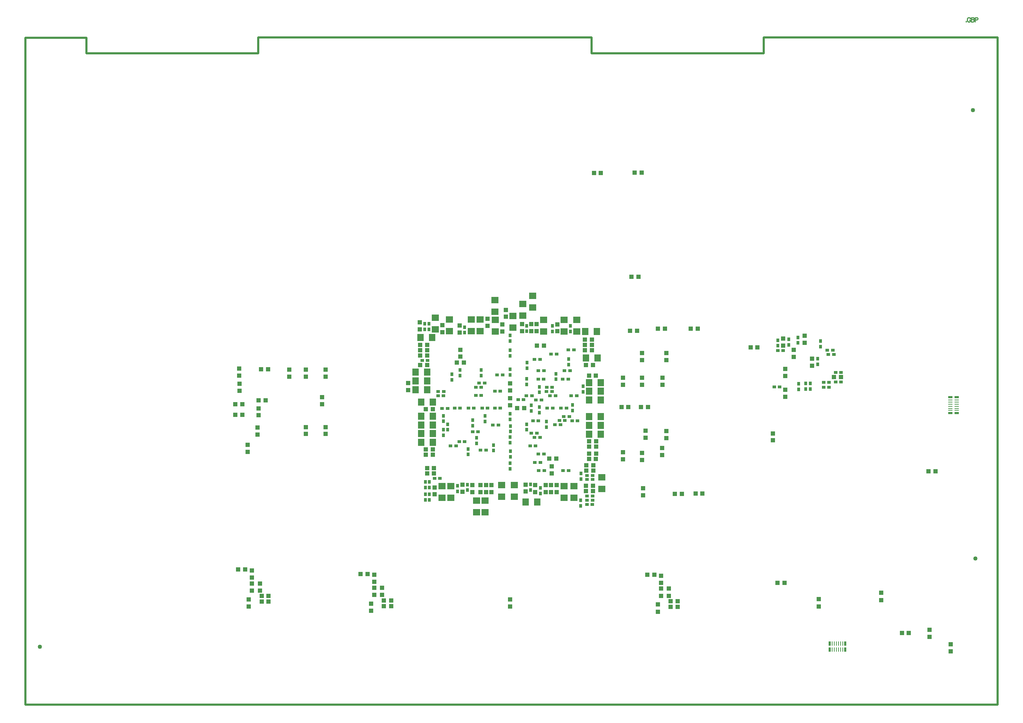
<source format=gbp>
%FSLAX23Y23*%
%MOIN*%
G70*
G01*
G75*
G04 Layer_Color=128*
%ADD10C,0.010*%
%ADD11R,0.039X0.043*%
%ADD12C,0.040*%
%ADD13R,0.102X0.087*%
%ADD14R,0.087X0.102*%
%ADD15R,0.024X0.094*%
%ADD16R,0.043X0.039*%
%ADD17R,0.039X0.043*%
%ADD18R,0.010X0.039*%
%ADD19R,0.020X0.039*%
%ADD20R,0.028X0.035*%
%ADD21R,0.106X0.063*%
%ADD22R,0.157X0.138*%
%ADD23R,0.041X0.083*%
%ADD24R,0.413X0.406*%
%ADD25R,0.051X0.063*%
%ADD26R,0.033X0.039*%
%ADD27O,0.016X0.063*%
%ADD28R,0.134X0.085*%
%ADD29R,0.041X0.085*%
%ADD30R,0.033X0.039*%
%ADD31R,0.041X0.085*%
%ADD32R,0.026X0.075*%
%ADD33R,0.138X0.079*%
%ADD34R,0.047X0.039*%
%ADD35R,0.134X0.075*%
%ADD36R,0.138X0.157*%
%ADD37R,0.079X0.138*%
%ADD38R,0.016X0.063*%
%ADD39R,0.063X0.051*%
%ADD40R,0.063X0.106*%
%ADD41R,0.014X0.053*%
%ADD42O,0.250X0.080*%
%ADD43R,0.124X0.202*%
%ADD44O,0.031X0.010*%
%ADD45R,0.031X0.010*%
%ADD46R,0.010X0.031*%
%ADD47O,0.080X0.250*%
%ADD48R,0.024X0.087*%
%ADD49R,0.024X0.087*%
%ADD50C,0.020*%
%ADD51R,0.039X0.047*%
%ADD52R,0.018X0.081*%
%ADD53R,0.047X0.102*%
%ADD54R,0.081X0.018*%
%ADD55R,0.047X0.043*%
%ADD56R,0.047X0.043*%
%ADD57R,0.059X0.020*%
%ADD58R,0.059X0.020*%
%ADD59R,0.035X0.028*%
%ADD60R,0.083X0.041*%
%ADD61R,0.406X0.413*%
%ADD62R,0.039X0.033*%
%ADD63R,0.039X0.033*%
%ADD64R,0.059X0.014*%
%ADD65R,0.087X0.024*%
%ADD66R,0.012X0.065*%
%ADD67R,0.087X0.024*%
%ADD68R,0.049X0.015*%
%ADD69R,0.213X0.118*%
%ADD70R,0.138X0.016*%
%ADD71R,0.057X0.022*%
%ADD72R,0.012X0.063*%
%ADD73R,0.063X0.012*%
%ADD74R,0.102X0.047*%
%ADD75R,0.014X0.053*%
%ADD76R,0.010X0.065*%
%ADD77R,0.012X0.016*%
%ADD78R,0.228X0.189*%
%ADD79R,0.016X0.012*%
%ADD80O,0.014X0.059*%
%ADD81R,0.014X0.059*%
%ADD82C,0.005*%
%ADD83C,0.008*%
%ADD84C,0.020*%
%ADD85C,0.004*%
%ADD86C,0.012*%
%ADD87C,0.006*%
%ADD88C,0.015*%
%ADD89C,0.009*%
%ADD90C,0.130*%
%ADD91C,0.050*%
%ADD92C,0.039*%
%ADD93R,0.039X0.039*%
%ADD94C,0.059*%
%ADD95R,0.059X0.059*%
%ADD96R,0.091X0.091*%
%ADD97C,0.091*%
%ADD98C,0.060*%
%ADD99R,0.059X0.059*%
%ADD100C,0.065*%
%ADD101R,0.060X0.060*%
%ADD102C,0.068*%
%ADD103R,0.059X0.059*%
%ADD104C,0.059*%
%ADD105R,0.100X0.050*%
%ADD106O,0.100X0.050*%
%ADD107C,0.150*%
%ADD108C,0.098*%
%ADD109C,0.083*%
%ADD110C,0.082*%
%ADD111C,0.067*%
%ADD112R,0.067X0.067*%
%ADD113C,0.187*%
%ADD114O,0.050X0.100*%
%ADD115R,0.050X0.100*%
%ADD116C,0.144*%
%ADD117C,0.055*%
%ADD118C,0.016*%
%ADD119C,0.036*%
%ADD120C,0.160*%
%ADD121C,0.020*%
%ADD122C,0.030*%
%ADD123R,0.063X0.071*%
%ADD124R,0.071X0.063*%
%ADD125R,0.039X0.020*%
%ADD126R,0.039X0.010*%
%ADD127C,0.010*%
%ADD128C,0.008*%
%ADD129C,0.004*%
%ADD130C,0.001*%
%ADD131C,0.001*%
%ADD132C,0.007*%
%ADD133C,0.006*%
%ADD134R,0.146X0.031*%
%ADD135R,0.110X0.410*%
%ADD136R,0.110X0.405*%
D11*
X12743Y6505D02*
D03*
Y6571D02*
D03*
X8972Y8251D02*
D03*
Y8185D02*
D03*
X11063Y8562D02*
D03*
Y8496D02*
D03*
X8580Y6993D02*
D03*
Y6927D02*
D03*
X7295Y7227D02*
D03*
Y7160D02*
D03*
X7370Y7104D02*
D03*
Y7037D02*
D03*
X7264Y6887D02*
D03*
Y6954D02*
D03*
X7295Y7037D02*
D03*
Y7104D02*
D03*
X10005Y7219D02*
D03*
Y7152D02*
D03*
X10080Y7096D02*
D03*
Y7029D02*
D03*
X9974Y6879D02*
D03*
Y6946D02*
D03*
X10005Y7029D02*
D03*
Y7096D02*
D03*
X6108Y6929D02*
D03*
Y6995D02*
D03*
X6022Y8964D02*
D03*
Y9030D02*
D03*
X6202Y8799D02*
D03*
Y8733D02*
D03*
X6020Y9173D02*
D03*
Y9107D02*
D03*
X11180Y9170D02*
D03*
Y9104D02*
D03*
X12541Y6641D02*
D03*
Y6708D02*
D03*
X9824Y9255D02*
D03*
Y9321D02*
D03*
X10018Y9088D02*
D03*
Y9022D02*
D03*
X9824Y9088D02*
D03*
Y9022D02*
D03*
X9646Y9088D02*
D03*
Y9022D02*
D03*
X9835Y7977D02*
D03*
Y8043D02*
D03*
X8967Y8009D02*
D03*
Y8075D02*
D03*
X8917Y8009D02*
D03*
Y8075D02*
D03*
X8817Y8009D02*
D03*
Y8075D02*
D03*
X8402Y8007D02*
D03*
Y8073D02*
D03*
X8352Y8007D02*
D03*
Y8073D02*
D03*
X8300Y8007D02*
D03*
Y8073D02*
D03*
X8222Y8007D02*
D03*
Y8073D02*
D03*
X7864Y7986D02*
D03*
Y8052D02*
D03*
X8580Y8893D02*
D03*
Y8827D02*
D03*
X9024Y9592D02*
D03*
Y9526D02*
D03*
X8830Y9593D02*
D03*
Y9527D02*
D03*
X8780Y9593D02*
D03*
Y9527D02*
D03*
X8692Y9593D02*
D03*
Y9527D02*
D03*
X8365Y9645D02*
D03*
Y9579D02*
D03*
X7726Y9611D02*
D03*
Y9545D02*
D03*
X8504Y9591D02*
D03*
Y9525D02*
D03*
X7938Y9583D02*
D03*
Y9517D02*
D03*
X11494Y6929D02*
D03*
Y6996D02*
D03*
X12084Y6989D02*
D03*
Y7056D02*
D03*
X6139Y7202D02*
D03*
Y7268D02*
D03*
X6214Y7079D02*
D03*
Y7145D02*
D03*
X6139D02*
D03*
Y7079D02*
D03*
X9858Y8520D02*
D03*
Y8586D02*
D03*
X10016Y8423D02*
D03*
Y8357D02*
D03*
X9824Y8377D02*
D03*
Y8311D02*
D03*
X9646Y8383D02*
D03*
Y8317D02*
D03*
X10055Y9255D02*
D03*
Y9321D02*
D03*
Y8518D02*
D03*
Y8584D02*
D03*
X8108Y9352D02*
D03*
Y9286D02*
D03*
X9020Y8009D02*
D03*
Y8075D02*
D03*
X8580Y9033D02*
D03*
Y8967D02*
D03*
X7617Y8970D02*
D03*
Y9036D02*
D03*
X8727Y8013D02*
D03*
Y8079D02*
D03*
X8130Y8011D02*
D03*
Y8077D02*
D03*
X8538Y9729D02*
D03*
Y9663D02*
D03*
X8102Y9580D02*
D03*
Y9514D02*
D03*
X11258Y9284D02*
D03*
Y9350D02*
D03*
X11361Y9484D02*
D03*
Y9418D02*
D03*
X11159Y9457D02*
D03*
Y9391D02*
D03*
X11431Y9200D02*
D03*
Y9266D02*
D03*
X11180Y8907D02*
D03*
Y8973D02*
D03*
X6834Y9165D02*
D03*
Y9099D02*
D03*
X6100Y8387D02*
D03*
Y8453D02*
D03*
X6834Y8556D02*
D03*
Y8622D02*
D03*
X6801Y8903D02*
D03*
Y8837D02*
D03*
X6491Y9163D02*
D03*
Y9097D02*
D03*
X6192Y8552D02*
D03*
Y8618D02*
D03*
X6648Y8556D02*
D03*
Y8622D02*
D03*
Y9164D02*
D03*
Y9098D02*
D03*
D12*
X12952Y11614D02*
D03*
X12975Y7380D02*
D03*
X4137Y6549D02*
D03*
D16*
X12281Y6678D02*
D03*
X12347D02*
D03*
X8948Y8325D02*
D03*
X9014D02*
D03*
X9817Y8812D02*
D03*
X9883D02*
D03*
X9779Y9531D02*
D03*
X9713D02*
D03*
X7165Y7235D02*
D03*
X7232D02*
D03*
X7454Y6985D02*
D03*
X7387D02*
D03*
X7387Y6932D02*
D03*
X7454D02*
D03*
X9874Y7227D02*
D03*
X9941D02*
D03*
X10163Y6977D02*
D03*
X10096D02*
D03*
X10096Y6924D02*
D03*
X10163D02*
D03*
X6231Y6973D02*
D03*
X6297D02*
D03*
X6297Y7026D02*
D03*
X6231D02*
D03*
X10397Y7993D02*
D03*
X10331D02*
D03*
X9977Y9550D02*
D03*
X10043D02*
D03*
X9697Y8812D02*
D03*
X9631D02*
D03*
X5983Y8837D02*
D03*
X6049D02*
D03*
X5983Y8737D02*
D03*
X6049D02*
D03*
X9437Y11021D02*
D03*
X9371D02*
D03*
X9821Y11023D02*
D03*
X9755D02*
D03*
X12532Y8204D02*
D03*
X12598D02*
D03*
X10201Y7992D02*
D03*
X10135D02*
D03*
X10353Y9550D02*
D03*
X10287D02*
D03*
X11171Y7150D02*
D03*
X11105D02*
D03*
X6075Y7276D02*
D03*
X6009D02*
D03*
X8899Y9390D02*
D03*
X8833D02*
D03*
X8075Y9232D02*
D03*
X8141D02*
D03*
X9295Y8017D02*
D03*
X9361D02*
D03*
X9295Y8068D02*
D03*
X9361D02*
D03*
X8713Y8800D02*
D03*
X8647D02*
D03*
X9390Y8320D02*
D03*
X9324D02*
D03*
X9391Y8487D02*
D03*
X9325D02*
D03*
X9391Y8437D02*
D03*
X9325D02*
D03*
X7783Y8362D02*
D03*
X7849D02*
D03*
X9390Y9108D02*
D03*
X9324D02*
D03*
X9363Y9206D02*
D03*
X9297D02*
D03*
X7783Y8790D02*
D03*
X7849D02*
D03*
X7730Y9396D02*
D03*
X7796D02*
D03*
X9366Y8211D02*
D03*
X9300D02*
D03*
X9366Y8262D02*
D03*
X9300D02*
D03*
X9392Y8371D02*
D03*
X9326D02*
D03*
X9352Y9348D02*
D03*
X9286D02*
D03*
X9352Y9398D02*
D03*
X9286D02*
D03*
X9353Y9449D02*
D03*
X9287D02*
D03*
X7794Y8184D02*
D03*
X7860D02*
D03*
X7794Y8235D02*
D03*
X7860D02*
D03*
X7783Y8412D02*
D03*
X7849D02*
D03*
X7730Y9208D02*
D03*
X7796D02*
D03*
X7730Y9296D02*
D03*
X7796D02*
D03*
X7730Y9346D02*
D03*
X7796D02*
D03*
X11706Y9093D02*
D03*
X11640D02*
D03*
X10851Y9374D02*
D03*
X10917D02*
D03*
X9792Y10040D02*
D03*
X9726D02*
D03*
X6293Y9168D02*
D03*
X6227D02*
D03*
X6202Y8873D02*
D03*
X6268D02*
D03*
D18*
X11702Y6579D02*
D03*
X11721Y6520D02*
D03*
X11702D02*
D03*
X11682D02*
D03*
X11662D02*
D03*
X11643D02*
D03*
X11623D02*
D03*
X11721Y6579D02*
D03*
X11682D02*
D03*
X11662D02*
D03*
X11643D02*
D03*
X11623D02*
D03*
D19*
X11746Y6520D02*
D03*
X11598D02*
D03*
Y6579D02*
D03*
X11746D02*
D03*
D20*
X8980Y9525D02*
D03*
Y9577D02*
D03*
X7772Y9544D02*
D03*
Y9596D02*
D03*
X7779Y8052D02*
D03*
Y8104D02*
D03*
X9150Y9524D02*
D03*
Y9576D02*
D03*
X9247Y7931D02*
D03*
Y7879D02*
D03*
X7811Y9544D02*
D03*
Y9596D02*
D03*
X8580Y8694D02*
D03*
Y8746D02*
D03*
X8581Y8342D02*
D03*
Y8394D02*
D03*
X8082Y8066D02*
D03*
Y8014D02*
D03*
X7817Y8052D02*
D03*
Y8104D02*
D03*
X8736Y9578D02*
D03*
Y9526D02*
D03*
X8226Y8635D02*
D03*
Y8687D02*
D03*
X8857Y8950D02*
D03*
Y9002D02*
D03*
X8343Y8674D02*
D03*
Y8726D02*
D03*
X8867Y7995D02*
D03*
Y8047D02*
D03*
X8921Y8673D02*
D03*
Y8621D02*
D03*
X8855Y8811D02*
D03*
Y8759D02*
D03*
X7817Y7935D02*
D03*
Y7987D02*
D03*
X9131Y9212D02*
D03*
Y9264D02*
D03*
X8580Y9166D02*
D03*
Y9114D02*
D03*
Y9294D02*
D03*
Y9346D02*
D03*
X8107Y9109D02*
D03*
Y9161D02*
D03*
X8150Y9565D02*
D03*
Y9513D02*
D03*
X8305Y9161D02*
D03*
Y9109D02*
D03*
X8780Y8774D02*
D03*
Y8826D02*
D03*
X9013Y9125D02*
D03*
Y9073D02*
D03*
X8580Y9434D02*
D03*
Y9486D02*
D03*
X9268Y8954D02*
D03*
Y9006D02*
D03*
X8181Y8415D02*
D03*
Y8363D02*
D03*
X7950Y8728D02*
D03*
Y8676D02*
D03*
X8263Y8468D02*
D03*
Y8520D02*
D03*
X7950Y8545D02*
D03*
Y8597D02*
D03*
X8423Y8452D02*
D03*
Y8400D02*
D03*
X8175Y8078D02*
D03*
Y8026D02*
D03*
X7990Y8597D02*
D03*
Y8649D02*
D03*
X8580Y8229D02*
D03*
Y8281D02*
D03*
Y8526D02*
D03*
Y8474D02*
D03*
X9170Y8831D02*
D03*
Y8779D02*
D03*
X9248Y8183D02*
D03*
Y8131D02*
D03*
X8771Y8080D02*
D03*
Y8028D02*
D03*
X8029Y9121D02*
D03*
Y9069D02*
D03*
X8581Y8580D02*
D03*
Y8632D02*
D03*
X8738Y9178D02*
D03*
Y9230D02*
D03*
X8736Y8649D02*
D03*
Y8597D02*
D03*
X8737Y9024D02*
D03*
Y9076D02*
D03*
X11511Y9381D02*
D03*
Y9433D02*
D03*
X11300Y9416D02*
D03*
Y9468D02*
D03*
X11414Y9034D02*
D03*
Y8982D02*
D03*
X11373Y9034D02*
D03*
Y8982D02*
D03*
X11213Y9398D02*
D03*
Y9450D02*
D03*
X11306Y9031D02*
D03*
Y8979D02*
D03*
X11484Y9267D02*
D03*
Y9215D02*
D03*
X11110Y9390D02*
D03*
Y9442D02*
D03*
X7779Y7987D02*
D03*
Y7935D02*
D03*
D59*
X8862Y9260D02*
D03*
X8810D02*
D03*
X8106Y8800D02*
D03*
X8054D02*
D03*
X8732Y8919D02*
D03*
X8784D02*
D03*
X8924Y8998D02*
D03*
X8976D02*
D03*
X8434Y8960D02*
D03*
X8486D02*
D03*
X8338Y9037D02*
D03*
X8286D02*
D03*
X8254Y8920D02*
D03*
X8306D02*
D03*
X8417Y8642D02*
D03*
X8469D02*
D03*
X7988Y8799D02*
D03*
X7936D02*
D03*
X9008Y8918D02*
D03*
X8956D02*
D03*
X8224Y8578D02*
D03*
X8276D02*
D03*
X9358Y7931D02*
D03*
X9306D02*
D03*
X8861Y8525D02*
D03*
X8809D02*
D03*
X9358Y7971D02*
D03*
X9306D02*
D03*
X9357Y7892D02*
D03*
X9305D02*
D03*
X9097Y8684D02*
D03*
X9045D02*
D03*
X8846Y8682D02*
D03*
X8794D02*
D03*
X8351Y8403D02*
D03*
X8299D02*
D03*
X8706Y8880D02*
D03*
X8654D02*
D03*
X8307Y8997D02*
D03*
X8255D02*
D03*
X8434Y8800D02*
D03*
X8486D02*
D03*
X7748Y9252D02*
D03*
X7800D02*
D03*
X8508Y9115D02*
D03*
X8456D02*
D03*
X8822Y8879D02*
D03*
X8874D02*
D03*
X8897Y9075D02*
D03*
X8845D02*
D03*
X8923Y8959D02*
D03*
X8975D02*
D03*
X9157Y8918D02*
D03*
X9209D02*
D03*
X9093Y9154D02*
D03*
X9145D02*
D03*
X9129Y9074D02*
D03*
X9077D02*
D03*
X9111Y8800D02*
D03*
X9059D02*
D03*
X8017Y8445D02*
D03*
X8069D02*
D03*
X7864Y8139D02*
D03*
X7916D02*
D03*
X8098Y8485D02*
D03*
X8150D02*
D03*
X9003Y8643D02*
D03*
X9055D02*
D03*
X9087Y8722D02*
D03*
X9139D02*
D03*
X8929Y8800D02*
D03*
X8981D02*
D03*
X9306Y8165D02*
D03*
X9358D02*
D03*
X9306Y8126D02*
D03*
X9358D02*
D03*
X9216Y8682D02*
D03*
X9164D02*
D03*
X8314Y8800D02*
D03*
X8366D02*
D03*
X7898Y8917D02*
D03*
X7950D02*
D03*
X8237Y8800D02*
D03*
X8185D02*
D03*
X7951Y8957D02*
D03*
X7899D02*
D03*
X8967Y9311D02*
D03*
X9019D02*
D03*
X8898Y9154D02*
D03*
X8846D02*
D03*
X9129Y9351D02*
D03*
X9181D02*
D03*
X8779Y8564D02*
D03*
X8831D02*
D03*
X8768Y8445D02*
D03*
X8820D02*
D03*
X8898Y8367D02*
D03*
X8846D02*
D03*
X9132Y8210D02*
D03*
X9080D02*
D03*
X8813Y8288D02*
D03*
X8865D02*
D03*
X8850Y8210D02*
D03*
X8901D02*
D03*
X11655Y9047D02*
D03*
X11707D02*
D03*
X11655Y9138D02*
D03*
X11707D02*
D03*
X11576Y9346D02*
D03*
X11628D02*
D03*
X11160Y9345D02*
D03*
X11108D02*
D03*
X11126Y9000D02*
D03*
X11074D02*
D03*
X11541Y8999D02*
D03*
X11593D02*
D03*
X11587Y9308D02*
D03*
X11639D02*
D03*
X11541Y9045D02*
D03*
X11593D02*
D03*
D84*
X13185Y6000D02*
Y12300D01*
X3999Y6000D02*
Y12299D01*
Y6000D02*
X13185D01*
X4575Y12150D02*
Y12299D01*
Y12150D02*
X6200D01*
Y12300D01*
X9350Y12150D02*
Y12300D01*
Y12150D02*
X10975D01*
Y12300D01*
X3999Y12299D02*
X4574D01*
X6200Y12300D02*
X9349D01*
X10975D02*
X13185D01*
D89*
X12888Y12453D02*
X12886Y12451D01*
X12888Y12449D01*
X12890Y12451D01*
X12888Y12453D01*
X12927Y12479D02*
X12925Y12483D01*
X12921Y12487D01*
X12918Y12489D01*
X12910D01*
X12906Y12487D01*
X12902Y12483D01*
X12900Y12479D01*
X12899Y12474D01*
Y12464D01*
X12900Y12459D01*
X12902Y12455D01*
X12906Y12451D01*
X12910Y12449D01*
X12918D01*
X12921Y12451D01*
X12925Y12455D01*
X12927Y12459D01*
Y12464D01*
X12918D02*
X12927D01*
X12936Y12489D02*
Y12449D01*
Y12489D02*
X12953D01*
X12959Y12487D01*
X12961Y12485D01*
X12963Y12481D01*
Y12478D01*
X12961Y12474D01*
X12959Y12472D01*
X12953Y12470D01*
X12936D02*
X12953D01*
X12959Y12468D01*
X12961Y12466D01*
X12963Y12462D01*
Y12457D01*
X12961Y12453D01*
X12959Y12451D01*
X12953Y12449D01*
X12936D01*
X12972Y12468D02*
X12989D01*
X12995Y12470D01*
X12997Y12472D01*
X12999Y12476D01*
Y12481D01*
X12997Y12485D01*
X12995Y12487D01*
X12989Y12489D01*
X12972D01*
Y12449D01*
D123*
X9289Y9525D02*
D03*
X9399D02*
D03*
X9325Y9041D02*
D03*
X9435D02*
D03*
X9325Y8960D02*
D03*
X9435D02*
D03*
X9325Y8877D02*
D03*
X9435D02*
D03*
X9325Y8720D02*
D03*
X9435D02*
D03*
X9325Y8638D02*
D03*
X9435D02*
D03*
X7797Y9059D02*
D03*
X7687D02*
D03*
X7797Y8974D02*
D03*
X7687D02*
D03*
X7850Y8723D02*
D03*
X7740D02*
D03*
X7850Y8641D02*
D03*
X7740D02*
D03*
X7850Y8560D02*
D03*
X7740D02*
D03*
X9297Y9274D02*
D03*
X9407D02*
D03*
X9325Y8554D02*
D03*
X9435D02*
D03*
X7796Y9141D02*
D03*
X7686D02*
D03*
X7850Y8478D02*
D03*
X7740D02*
D03*
X7841Y9466D02*
D03*
X7731D02*
D03*
X8727Y7915D02*
D03*
X8837D02*
D03*
X7850Y8856D02*
D03*
X7740D02*
D03*
D124*
X8261Y7927D02*
D03*
Y7817D02*
D03*
X8698Y9674D02*
D03*
Y9784D02*
D03*
X8438Y9525D02*
D03*
Y9635D02*
D03*
X8294Y9526D02*
D03*
Y9636D02*
D03*
X9182Y8065D02*
D03*
Y7955D02*
D03*
X9088Y8065D02*
D03*
Y7955D02*
D03*
X8020Y8065D02*
D03*
Y7955D02*
D03*
X7936Y8065D02*
D03*
Y7955D02*
D03*
X9210Y9525D02*
D03*
Y9635D02*
D03*
X9090Y9525D02*
D03*
Y9635D02*
D03*
X8004Y9527D02*
D03*
Y9637D02*
D03*
X7871Y9545D02*
D03*
Y9655D02*
D03*
X8213Y9527D02*
D03*
Y9637D02*
D03*
X8792Y9751D02*
D03*
Y9861D02*
D03*
X8605Y9562D02*
D03*
Y9672D02*
D03*
X8620Y8074D02*
D03*
Y7964D02*
D03*
X8437Y9710D02*
D03*
Y9820D02*
D03*
X8500Y8075D02*
D03*
Y7965D02*
D03*
X9447Y8039D02*
D03*
Y8149D02*
D03*
X8897Y9523D02*
D03*
Y9633D02*
D03*
X8343Y7817D02*
D03*
Y7927D02*
D03*
D125*
X12799Y8903D02*
D03*
Y8755D02*
D03*
X12740Y8903D02*
D03*
Y8755D02*
D03*
D126*
X12799Y8878D02*
D03*
Y8858D02*
D03*
Y8839D02*
D03*
Y8819D02*
D03*
Y8799D02*
D03*
Y8780D02*
D03*
X12740Y8878D02*
D03*
Y8858D02*
D03*
Y8839D02*
D03*
Y8819D02*
D03*
Y8799D02*
D03*
Y8780D02*
D03*
M02*

</source>
